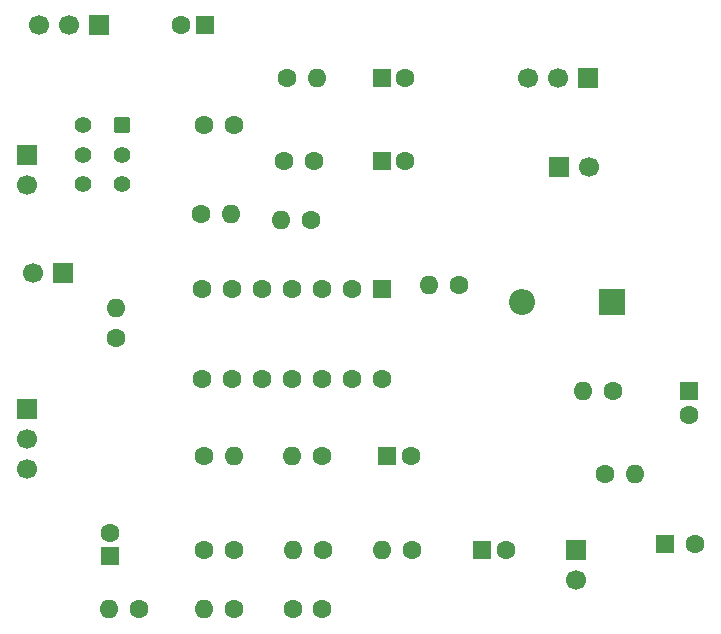
<source format=gbr>
%TF.GenerationSoftware,KiCad,Pcbnew,9.0.1*%
%TF.CreationDate,2025-04-22T18:06:14+02:00*%
%TF.ProjectId,electro-maticv,656c6563-7472-46f2-9d6d-61746963762e,rev?*%
%TF.SameCoordinates,Original*%
%TF.FileFunction,Soldermask,Top*%
%TF.FilePolarity,Negative*%
%FSLAX46Y46*%
G04 Gerber Fmt 4.6, Leading zero omitted, Abs format (unit mm)*
G04 Created by KiCad (PCBNEW 9.0.1) date 2025-04-22 18:06:14*
%MOMM*%
%LPD*%
G01*
G04 APERTURE LIST*
G04 Aperture macros list*
%AMRoundRect*
0 Rectangle with rounded corners*
0 $1 Rounding radius*
0 $2 $3 $4 $5 $6 $7 $8 $9 X,Y pos of 4 corners*
0 Add a 4 corners polygon primitive as box body*
4,1,4,$2,$3,$4,$5,$6,$7,$8,$9,$2,$3,0*
0 Add four circle primitives for the rounded corners*
1,1,$1+$1,$2,$3*
1,1,$1+$1,$4,$5*
1,1,$1+$1,$6,$7*
1,1,$1+$1,$8,$9*
0 Add four rect primitives between the rounded corners*
20,1,$1+$1,$2,$3,$4,$5,0*
20,1,$1+$1,$4,$5,$6,$7,0*
20,1,$1+$1,$6,$7,$8,$9,0*
20,1,$1+$1,$8,$9,$2,$3,0*%
G04 Aperture macros list end*
%ADD10O,2.200000X2.200000*%
%ADD11R,2.200000X2.200000*%
%ADD12C,1.600000*%
%ADD13R,1.600000X1.600000*%
%ADD14O,1.600000X1.600000*%
%ADD15R,1.700000X1.700000*%
%ADD16C,1.700000*%
%ADD17RoundRect,0.250000X-0.550000X0.550000X-0.550000X-0.550000X0.550000X-0.550000X0.550000X0.550000X0*%
%ADD18C,1.400000*%
%ADD19RoundRect,0.250000X-0.450000X0.450000X-0.450000X-0.450000X0.450000X-0.450000X0.450000X0.450000X0*%
G04 APERTURE END LIST*
D10*
%TO.C,D1*%
X95380000Y-121000000D03*
D11*
X103000000Y-121000000D03*
%TD*%
D12*
%TO.C,C8*%
X110000000Y-141500000D03*
D13*
X107500000Y-141500000D03*
%TD*%
D12*
%TO.C,C7*%
X109500000Y-130544888D03*
D13*
X109500000Y-128544888D03*
%TD*%
D14*
%TO.C,R7*%
X100580000Y-128500000D03*
D12*
X103120000Y-128500000D03*
%TD*%
D14*
%TO.C,R8*%
X104920000Y-135500000D03*
D12*
X102380000Y-135500000D03*
%TD*%
D15*
%TO.C,J4*%
X100000000Y-141960000D03*
D16*
X100000000Y-144500000D03*
%TD*%
D12*
%TO.C,C3*%
X76000000Y-147000000D03*
X78500000Y-147000000D03*
%TD*%
%TO.C,C2*%
X71000000Y-142000000D03*
X68500000Y-142000000D03*
%TD*%
D14*
%TO.C,R4*%
X76000000Y-142000000D03*
D12*
X78540000Y-142000000D03*
%TD*%
D14*
%TO.C,R3*%
X68460000Y-147000000D03*
D12*
X71000000Y-147000000D03*
%TD*%
%TO.C,R15*%
X68190000Y-113500000D03*
D14*
X70730000Y-113500000D03*
%TD*%
D12*
%TO.C,R14*%
X61000000Y-124040000D03*
D14*
X61000000Y-121500000D03*
%TD*%
D12*
%TO.C,R13*%
X63000000Y-147000000D03*
D14*
X60460000Y-147000000D03*
%TD*%
D12*
%TO.C,R12*%
X75460000Y-102000000D03*
D14*
X78000000Y-102000000D03*
%TD*%
D12*
%TO.C,R9*%
X90040000Y-119500000D03*
D14*
X87500000Y-119500000D03*
%TD*%
D12*
%TO.C,R6*%
X77540000Y-114000000D03*
D14*
X75000000Y-114000000D03*
%TD*%
D12*
%TO.C,R5*%
X86040000Y-142000000D03*
D14*
X83500000Y-142000000D03*
%TD*%
D12*
%TO.C,R2*%
X68460000Y-134000000D03*
D14*
X71000000Y-134000000D03*
%TD*%
D12*
%TO.C,R1*%
X78500000Y-134000000D03*
D14*
X75960000Y-134000000D03*
%TD*%
D15*
%TO.C,R16*%
X59540000Y-97500000D03*
D16*
X57000000Y-97500000D03*
X54460000Y-97500000D03*
%TD*%
D12*
%TO.C,U1*%
X83540000Y-127500000D03*
X81000000Y-127500000D03*
X78460000Y-127500000D03*
X75920000Y-127500000D03*
X73380000Y-127500000D03*
X70840000Y-127500000D03*
X68300000Y-127500000D03*
X68300000Y-119880000D03*
X70840000Y-119880000D03*
X73380000Y-119880000D03*
X75920000Y-119880000D03*
X78460000Y-119880000D03*
X81000000Y-119880000D03*
D17*
X83540000Y-119880000D03*
%TD*%
D18*
%TO.C,SW1*%
X58200000Y-106000000D03*
X58200000Y-108500000D03*
X58200000Y-111000000D03*
X61500000Y-111000000D03*
X61500000Y-108500000D03*
D19*
X61500000Y-106000000D03*
%TD*%
D16*
%TO.C,R11*%
X95920000Y-102000000D03*
X98460000Y-102000000D03*
D15*
X101000000Y-102000000D03*
%TD*%
D16*
%TO.C,R10*%
X53500000Y-135080000D03*
X53500000Y-132540000D03*
D15*
X53500000Y-130000000D03*
%TD*%
D16*
%TO.C,J3*%
X53960000Y-118500000D03*
D15*
X56500000Y-118500000D03*
%TD*%
D16*
%TO.C,J2*%
X53500000Y-111040000D03*
D15*
X53500000Y-108500000D03*
%TD*%
D16*
%TO.C,J1*%
X101040000Y-109500000D03*
D15*
X98500000Y-109500000D03*
%TD*%
D12*
%TO.C,C12*%
X66540000Y-97500000D03*
D13*
X68540000Y-97500000D03*
%TD*%
D12*
%TO.C,C11*%
X71000000Y-106000000D03*
X68500000Y-106000000D03*
%TD*%
%TO.C,C10*%
X85500000Y-102000000D03*
D13*
X83500000Y-102000000D03*
%TD*%
D12*
%TO.C,C9*%
X60500000Y-140500000D03*
D13*
X60500000Y-142500000D03*
%TD*%
D12*
%TO.C,C6*%
X75250000Y-109000000D03*
X77750000Y-109000000D03*
%TD*%
%TO.C,C5*%
X85500000Y-109000000D03*
D13*
X83500000Y-109000000D03*
%TD*%
D12*
%TO.C,C4*%
X94000000Y-142000000D03*
D13*
X92000000Y-142000000D03*
%TD*%
D12*
%TO.C,C1*%
X86000000Y-134000000D03*
D13*
X84000000Y-134000000D03*
%TD*%
M02*

</source>
